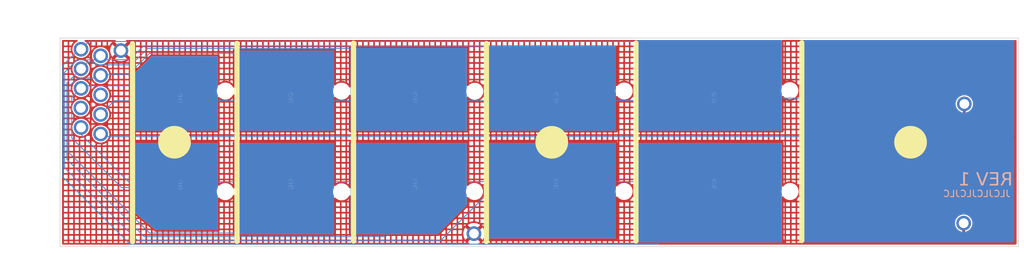
<source format=kicad_pcb>
(kicad_pcb (version 20221018) (generator pcbnew)
  (title_block (title "Beacon") (date "2023-09-02") (rev "1") (company "Beep Boop"))
  (layers (0 "F.Cu" signal) (1 "In1.Cu" signal) (2 "In2.Cu" signal) (3 "In3.Cu" signal) (4 "In4.Cu" signal) (31 "B.Cu" signal) (34 "B.Paste" user) (35 "F.Paste" user) (36 "B.SilkS" user "B.Silkscreen") (37 "F.SilkS" user "F.Silkscreen") (38 "B.Mask" user) (39 "F.Mask" user) (44 "Edge.Cuts" user))
  (net 0 "")
  (net 1 "Board_0-/Fret_Assembly/Touch_Board/RX0")
  (net 2 "Board_0-/Fret_Assembly/Touch_Board/RX3")
  (net 3 "Board_0-/Fret_Assembly/Touch_Board/RX4")
  (net 4 "Board_0-GND")
  (footprint "Footprint_Library:Plated_Hole_D1.5mm" (layer "F.Cu") (at 142.8223 31.7246)
    (fp_text reference "H416" hide)
    (fp_text value "Plated_Through_Hole")
    (pad "1" thru_hole circle locked (at 0 0) (size 2.25 2.25) (drill 1.5) (layers "*.Cu" "*.Mask") (net 1 "Board_0-/Fret_Assembly/Touch_Board/RX0"))
  )
  (footprint "Footprint_Library:Hole_UHD1110_2.1mm" (layer "F.Cu") (at 222.9895 43.544)
    (fp_text reference "REF**" hide)
    (fp_text value "Hole_UHD1110_2.1mm")
    (pad "" np_thru_hole circle (at 0 0) (size 2.1 2.1) (drill 2.1) (layers "F&B.Cu" "*.Mask"))
  )
  (footprint "Footprint_Library:Plated_Hole_D1.5mm" (layer "F.Cu") (at 142.8223 22.7246)
    (fp_text reference "H407" hide)
    (fp_text value "Plated_Through_Hole")
    (pad "1" thru_hole circle locked (at 0 0) (size 2.25 2.25) (drill 1.5) (layers "*.Cu" "*.Mask") (net 1 "Board_0-/Fret_Assembly/Touch_Board/RX0"))
  )
  (footprint "Footprint_Library:Hole_UHD1110_2.1mm" (layer "F.Cu") (at 248.4095 43.554)
    (fp_text reference "REF**" hide)
    (fp_text value "Hole_UHD1110_2.1mm")
    (pad "" np_thru_hole circle (at 0 0) (size 2.1 2.1) (drill 2.1) (layers "F&B.Cu" "*.Mask"))
  )
  (footprint "PCM_kikit:Board" (layer "F.Cu") (at 136.9495 20.014)
    (fp_text reference "Touch")
    (fp_text value "Board")
  )
  (footprint "Footprint_Library:Hole_UHD1110_2.1mm" (layer "F.Cu") (at 179.7095 43.604)
    (fp_text reference "REF**" hide)
    (fp_text value "Hole_UHD1110_2.1mm")
    (pad "" np_thru_hole circle (at 0 0) (size 2.1 2.1) (drill 2.1) (layers "F&B.Cu" "*.Mask"))
  )
  (footprint "Footprint_Library:Plated_Hole_D1.5mm" (layer "F.Cu") (at 145.9223 21.9246)
    (fp_text reference "H419" hide)
    (fp_text value "Plated_Through_Hole")
    (pad "1" thru_hole circle locked (at 0 0) (size 2.25 2.25) (drill 1.5) (layers "*.Cu" "*.Mask") (net 4 "Board_0-GND"))
  )
  (footprint "Footprint_Library:Plated_Hole_D1.5mm" (layer "F.Cu") (at 142.8223 28.7246)
    (fp_text reference "H424" hide)
    (fp_text value "Plated_Through_Hole")
    (pad "1" thru_hole circle locked (at 0 0) (size 2.25 2.25) (drill 1.5) (layers "*.Cu" "*.Mask") (net 3 "Board_0-/Fret_Assembly/Touch_Board/RX4"))
  )
  (footprint "Footprint_Library:Hole_UHD1110_2.1mm" (layer "F.Cu") (at 200.1095 28.174)
    (fp_text reference "REF**" hide)
    (fp_text value "Hole_UHD1110_2.1mm")
    (pad "" np_thru_hole circle (at 0 0) (size 2.1 2.1) (drill 2.1) (layers "F&B.Cu" "*.Mask"))
  )
  (footprint "Footprint_Library:Plated_Hole_D1.5mm" (layer "F.Cu") (at 142.8223 25.7246)
    (fp_text reference "H409" hide)
    (fp_text value "Plated_Through_Hole")
    (pad "1" thru_hole circle locked (at 0 0) (size 2.25 2.25) (drill 1.5) (layers "*.Cu" "*.Mask") (net 1 "Board_0-/Fret_Assembly/Touch_Board/RX0"))
  )
  (footprint "Footprint_Library:Hole_UHD1110_2.1mm" (layer "F.Cu") (at 179.7195 28.154)
    (fp_text reference "REF**" hide)
    (fp_text value "Hole_UHD1110_2.1mm")
    (pad "" np_thru_hole circle (at 0 0) (size 2.1 2.1) (drill 2.1) (layers "F&B.Cu" "*.Mask"))
  )
  (footprint "Footprint_Library:Hole_UHD1110_2.1mm" (layer "F.Cu") (at 222.9995 28.134)
    (fp_text reference "REF**" hide)
    (fp_text value "Hole_UHD1110_2.1mm")
    (pad "" np_thru_hole circle (at 0 0) (size 2.1 2.1) (drill 2.1) (layers "F&B.Cu" "*.Mask"))
  )
  (footprint "Footprint_Library:Hole_UHD1110_2.1mm" (layer "F.Cu") (at 248.3695 28.074)
    (fp_text reference "REF**" hide)
    (fp_text value "Hole_UHD1110_2.1mm")
    (pad "" np_thru_hole circle (at 0 0) (size 2.1 2.1) (drill 2.1) (layers "F&B.Cu" "*.Mask"))
  )
  (footprint "Footprint_Library:Plated_Hole_D1.5mm" (layer "F.Cu") (at 139.8223 27.7246)
    (fp_text reference "H410" hide)
    (fp_text value "Plated_Through_Hole")
    (pad "1" thru_hole circle locked (at 0 0) (size 2.25 2.25) (drill 1.5) (layers "*.Cu" "*.Mask") (net 1 "Board_0-/Fret_Assembly/Touch_Board/RX0"))
  )
  (footprint "Footprint_Library:Hole_UHD1110_2.1mm" (layer "F.Cu") (at 200.0695 43.554)
    (fp_text reference "REF**" hide)
    (fp_text value "Hole_UHD1110_2.1mm")
    (pad "" np_thru_hole circle (at 0 0) (size 2.1 2.1) (drill 2.1) (layers "F&B.Cu" "*.Mask"))
  )
  (footprint "Footprint_Library:Hole_UHD1110_2.1mm" (layer "F.Cu") (at 161.9195 28.144)
    (fp_text reference "REF**" hide)
    (fp_text value "Hole_UHD1110_2.1mm")
    (pad "" np_thru_hole circle (at 0 0) (size 2.1 2.1) (drill 2.1) (layers "F&B.Cu" "*.Mask"))
  )
  (footprint "Footprint_Library:Plated_Hole_D1.5mm" (layer "F.Cu") (at 274.9895 48.414)
    (fp_text reference "H421" hide)
    (fp_text value "Plated_Through_Hole")
    (pad "1" thru_hole circle locked (at 0 0) (size 2.25 2.25) (drill 1.5) (layers "*.Cu" "*.Mask") (net 4 "Board_0-GND"))
  )
  (footprint "Footprint_Library:Plated_Hole_D1.5mm" (layer "F.Cu") (at 139.8223 21.7246)
    (fp_text reference "H406" hide)
    (fp_text value "Plated_Through_Hole")
    (pad "1" thru_hole circle locked (at 0 0) (size 2.25 2.25) (drill 1.5) (layers "*.Cu" "*.Mask") (net 1 "Board_0-/Fret_Assembly/Touch_Board/RX0"))
  )
  (footprint "Footprint_Library:Plated_Hole_D1.5mm" (layer "F.Cu") (at 199.9895 50.014)
    (fp_text reference "H420" hide)
    (fp_text value "Plated_Through_Hole")
    (pad "1" thru_hole circle locked (at 0 0) (size 2.25 2.25) (drill 1.5) (layers "*.Cu" "*.Mask") (net 4 "Board_0-GND"))
  )
  (footprint "Footprint_Library:Plated_Hole_D1.5mm" (layer "F.Cu") (at 139.7897 30.7246)
    (fp_text reference "H418" hide)
    (fp_text value "Plated_Through_Hole")
    (pad "1" thru_hole circle locked (at 0 0) (size 2.25 2.25) (drill 1.5) (layers "*.Cu" "*.Mask") (net 2 "Board_0-/Fret_Assembly/Touch_Board/RX3"))
  )
  (footprint "Footprint_Library:Plated_Hole_D1.5mm" (layer "F.Cu") (at 275.0895 30.114)
    (fp_text reference "H422" hide)
    (fp_text value "Plated_Through_Hole")
    (pad "1" thru_hole circle locked (at 0 0) (size 2.25 2.25) (drill 1.5) (layers "*.Cu" "*.Mask") (net 4 "Board_0-GND"))
  )
  (footprint "Footprint_Library:Hole_UHD1110_2.1mm" (layer "F.Cu") (at 161.9095 43.574)
    (fp_text reference "REF**" hide)
    (fp_text value "Hole_UHD1110_2.1mm")
    (pad "" np_thru_hole circle (at 0 0) (size 2.1 2.1) (drill 2.1) (layers "F&B.Cu" "*.Mask"))
  )
  (footprint "Footprint_Library:Plated_Hole_D1.5mm" (layer "F.Cu") (at 139.8223 24.7246)
    (fp_text reference "H408" hide)
    (fp_text value "Plated_Through_Hole")
    (pad "1" thru_hole circle locked (at 0 0) (size 2.25 2.25) (drill 1.5) (layers "*.Cu" "*.Mask") (net 1 "Board_0-/Fret_Assembly/Touch_Board/RX0"))
  )
  (footprint "Footprint_Library:Plated_Hole_D1.5mm" (layer "F.Cu") (at 142.8223 34.7246)
    (fp_text reference "H412" hide)
    (fp_text value "Plated_Through_Hole")
    (pad "1" thru_hole circle locked (at 0 0) (size 2.25 2.25) (drill 1.5) (layers "*.Cu" "*.Mask") (net 1 "Board_0-/Fret_Assembly/Touch_Board/RX0"))
  )
  (footprint "Footprint_Library:Plated_Hole_D1.5mm" (layer "F.Cu") (at 139.8223 33.7246)
    (fp_text reference "H414" hide)
    (fp_text value "Plated_Through_Hole")
    (pad "1" thru_hole circle locked (at 0 0) (size 2.25 2.25) (drill 1.5) (layers "*.Cu" "*.Mask") (net 1 "Board_0-/Fret_Assembly/Touch_Board/RX0"))
  )
  (footprint "Footprint_Library:TOUCH_SENSE" (layer "B.Cu") (at 268.4945 34.684 -90)
    (fp_text reference "C1618" hide)
    (fp_text value "~" hide)
    (pad "1" smd rect (at -0.45 0 270) (size 0.5 0.5) (layers "B.Cu") (net 1 "Board_0-/Fret_Assembly/Touch_Board/RX0"))
    (pad "2" smd rect (at 0.45 0 270) (size 0.5 0.5) (layers "B.Cu") (net 1 "Board_0-/Fret_Assembly/Touch_Board/RX0"))
  )
  (footprint "Footprint_Library:TOUCH_SENSE" (layer "B.Cu") (at 155.0045 42.504 90)
    (fp_text reference "C1613" hide)
    (fp_text value "~" hide)
    (pad "1" smd rect (at -0.45 0 90) (size 0.5 0.5) (layers "B.Cu") (net 1 "Board_0-/Fret_Assembly/Touch_Board/RX0"))
    (pad "2" smd rect (at 0.45 0 90) (size 0.5 0.5) (layers "B.Cu") (net 1 "Board_0-/Fret_Assembly/Touch_Board/RX0"))
  )
  (footprint "Footprint_Library:TOUCH_SENSE" (layer "B.Cu") (at 171.9045 42.494 90)
    (fp_text reference "C1612" hide)
    (fp_text value "~" hide)
    (pad "1" smd rect (at -0.45 0 90) (size 0.5 0.5) (layers "B.Cu") (net 1 "Board_0-/Fret_Assembly/Touch_Board/RX0"))
    (pad "2" smd rect (at 0.45 0 90) (size 0.5 0.5) (layers "B.Cu") (net 1 "Board_0-/Fret_Assembly/Touch_Board/RX0"))
  )
  (footprint "Footprint_Library:TOUCH_SENSE" (layer "B.Cu") (at 190.9145 42.494 90)
    (fp_text reference "C1611" hide)
    (fp_text value "~" hide)
    (pad "1" smd rect (at -0.45 0 90) (size 0.5 0.5) (layers "B.Cu") (net 1 "Board_0-/Fret_Assembly/Touch_Board/RX0"))
    (pad "2" smd rect (at 0.45 0 90) (size 0.5 0.5) (layers "B.Cu") (net 1 "Board_0-/Fret_Assembly/Touch_Board/RX0"))
  )
  (footprint "Footprint_Library:TOUCH_SENSE" (layer "B.Cu") (at 212.5545 42.484 90)
    (fp_text reference "C1610" hide)
    (fp_text value "~" hide)
    (pad "1" smd rect (at -0.45 0 90) (size 0.5 0.5) (layers "B.Cu") (net 1 "Board_0-/Fret_Assembly/Touch_Board/RX0"))
    (pad "2" smd rect (at 0.45 0 90) (size 0.5 0.5) (layers "B.Cu") (net 1 "Board_0-/Fret_Assembly/Touch_Board/RX0"))
  )
  (footprint "Footprint_Library:TOUCH_SENSE" (layer "B.Cu") (at 190.9145 29.154 -90)
    (fp_text reference "C1605" hide)
    (fp_text value "~" hide)
    (pad "1" smd rect (at -0.45 0 270) (size 0.5 0.5) (layers "B.Cu") (net 1 "Board_0-/Fret_Assembly/Touch_Board/RX0"))
    (pad "2" smd rect (at 0.45 0 270) (size 0.5 0.5) (layers "B.Cu") (net 1 "Board_0-/Fret_Assembly/Touch_Board/RX0"))
  )
  (footprint "Footprint_Library:TOUCH_SENSE" (layer "B.Cu") (at 236.7545 42.474 90)
    (fp_text reference "C1609" hide)
    (fp_text value "~" hide)
    (pad "1" smd rect (at -0.45 0 90) (size 0.5 0.5) (layers "B.Cu") (net 1 "Board_0-/Fret_Assembly/Touch_Board/RX0"))
    (pad "2" smd rect (at 0.45 0 90) (size 0.5 0.5) (layers "B.Cu") (net 1 "Board_0-/Fret_Assembly/Touch_Board/RX0"))
  )
  (footprint "Footprint_Library:TOUCH_SENSE" (layer "B.Cu") (at 212.5645 29.144 -90)
    (fp_text reference "C1604" hide)
    (fp_text value "~" hide)
    (pad "1" smd rect (at -0.45 0 270) (size 0.5 0.5) (layers "B.Cu") (net 1 "Board_0-/Fret_Assembly/Touch_Board/RX0"))
    (pad "2" smd rect (at 0.45 0 270) (size 0.5 0.5) (layers "B.Cu") (net 1 "Board_0-/Fret_Assembly/Touch_Board/RX0"))
  )
  (footprint "Footprint_Library:TOUCH_SENSE" (layer "B.Cu") (at 155.0045 29.174 -90)
    (fp_text reference "C1607" hide)
    (fp_text value "~" hide)
    (pad "1" smd rect (at -0.45 0 270) (size 0.5 0.5) (layers "B.Cu") (net 1 "Board_0-/Fret_Assembly/Touch_Board/RX0"))
    (pad "2" smd rect (at 0.45 0 270) (size 0.5 0.5) (layers "B.Cu") (net 1 "Board_0-/Fret_Assembly/Touch_Board/RX0"))
  )
  (footprint "Footprint_Library:TOUCH_SENSE" (layer "B.Cu") (at 171.9045 29.154 -90)
    (fp_text reference "C1606" hide)
    (fp_text value "~" hide)
    (pad "1" smd rect (at -0.45 0 270) (size 0.5 0.5) (layers "B.Cu") (net 1 "Board_0-/Fret_Assembly/Touch_Board/RX0"))
    (pad "2" smd rect (at 0.45 0 270) (size 0.5 0.5) (layers "B.Cu") (net 1 "Board_0-/Fret_Assembly/Touch_Board/RX0"))
  )
  (footprint "Footprint_Library:TOUCH_SENSE" (layer "B.Cu") (at 236.7445 29.134 -90)
    (fp_text reference "C1603" hide)
    (fp_text value "~" hide)
    (pad "1" smd rect (at -0.45 0 270) (size 0.5 0.5) (layers "B.Cu") (net 1 "Board_0-/Fret_Assembly/Touch_Board/RX0"))
    (pad "2" smd rect (at 0.45 0 270) (size 0.5 0.5) (layers "B.Cu") (net 1 "Board_0-/Fret_Assembly/Touch_Board/RX0"))
  )
  (gr_line (start 181.5495 20.7875) (end 181.5495 51.1405) (stroke (width 0.8)) (layer "F.SilkS"))
  (gr_circle (center 154.1297 35.9893) (end 156.6297 35.9893) (stroke (width 0.01)) (fill solid) (layer "F.SilkS"))
  (gr_line (start 147.7035 20.8763) (end 147.7035 51.2293) (stroke (width 0.8)) (layer "F.SilkS"))
  (gr_line (start 250.1925 20.7239) (end 250.1925 51.0769) (stroke (width 0.8)) (layer "F.SilkS"))
  (gr_circle (center 266.8549 35.9893) (end 269.3549 35.9893) (stroke (width 0.01)) (fill solid) (layer "F.SilkS"))
  (gr_circle (center 211.902 36.002) (end 214.402 36.002) (stroke (width 0.01)) (fill solid) (layer "F.SilkS"))
  (gr_line (start 224.7995 20.7875) (end 224.7995 51.1405) (stroke (width 0.8)) (layer "F.SilkS"))
  (gr_line (start 201.8995 20.8636) (end 201.8995 51.2166) (stroke (width 0.8)) (layer "F.SilkS"))
  (gr_line (start 163.6995 20.8375) (end 163.6995 51.1905) (stroke (width 0.8)) (layer "F.SilkS"))
  (gr_line (start 283.3855 52) (end 136.6145 52) (stroke (width 0.1)) (layer "Edge.Cuts"))
  (gr_line (start 136.6145 20) (end 283.3855 20) (stroke (width 0.1)) (layer "Edge.Cuts"))
  (gr_line (start 136.6145 20) (end 136.6145 20) (stroke (width 0.1)) (layer "Edge.Cuts"))
  (gr_line (start 136.6145 52) (end 136.6145 20) (stroke (width 0.1)) (layer "Edge.Cuts"))
  (gr_line (start 283.3855 20) (end 283.3855 52) (stroke (width 0.1)) (layer "Edge.Cuts"))
  (gr_text "REV 1" (at 282.4995 42.964) (layer "B.SilkS") (effects (font (size 2 2) (thickness 0.375)) (justify left bottom mirror)))
  (gr_text "JLCJLCJLCJLC" (at 282.2495 44.464) (layer "B.SilkS") (effects (font (size 1 1)) (justify left bottom mirror)))
  (segment (start 171.9045 29.604) (end 190.9145 29.604) (width 0.13) (layer "B.Cu") (net 1))
  (segment (start 212.5545 42.034) (end 236.7445 42.034) (width 0.13) (layer "B.Cu") (net 1))
  (segment (start 137.3145 25.234) (end 137.3145 39.924) (width 0.13) (layer "B.Cu") (net 1))
  (segment (start 137.9745 27.424) (end 137.9745 37.594) (width 0.13) (layer "B.Cu") (net 1))
  (segment (start 203.0245 42.934) (end 212.5545 42.934) (width 0.13) (layer "B.Cu") (net 1))
  (segment (start 165.2073 49.9212) (end 171.9045 43.224) (width 0.13) (layer "B.Cu") (net 1))
  (segment (start 194.8845 51.074) (end 203.0245 42.934) (width 0.13) (layer "B.Cu") (net 1))
  (segment (start 142.8223 34.7246) (end 142.8223 34.8618) (width 0.13) (layer "B.Cu") (net 1))
  (segment (start 142.8223 22.7246) (end 143.4123 23.3146) (width 0.13) (layer "B.Cu") (net 1))
  (segment (start 236.7445 28.684) (end 237.2801 29.2196) (width 0.13) (layer "B.Cu") (net 1))
  (segment (start 147.5139 24.1146) (end 150.0145 21.614) (width 0.13) (layer "B.Cu") (net 1))
  (segment (start 139.5139 21.7246) (end 136.9795 24.259) (width 0.13) (layer "B.Cu") (net 1))
  (segment (start 149.4905 50.48) (end 186.4885 50.48) (width 0.13) (layer "B.Cu") (net 1))
  (segment (start 236.7345 29.594) (end 236.7445 29.584) (width 0.13) (layer "B.Cu") (net 1))
  (segment (start 183.8245 21.614) (end 190.9145 28.704) (width 0.13) (layer "B.Cu") (net 1))
  (segment (start 212.5645 29.594) (end 236.7345 29.594) (width 0.13) (layer "B.Cu") (net 1))
  (segment (start 186.4885 50.48) (end 190.9145 46.054) (width 0.13) (layer "B.Cu") (net 1))
  (segment (start 137.9745 37.594) (end 150.3017 49.9212) (width 0.13) (layer "B.Cu") (net 1))
  (segment (start 205.0845 21.214) (end 212.5645 28.694) (width 0.13) (layer "B.Cu") (net 1))
  (segment (start 144.9229 29.624) (end 155.0045 29.624) (width 0.13) (layer "B.Cu") (net 1))
  (segment (start 139.8223 24.7246) (end 140.8823 23.6646) (width 0.13) (layer "B.Cu") (net 1))
  (segment (start 147.0845 42.054) (end 155.0045 42.054) (width 0.13) (layer "B.Cu") (net 1))
  (segment (start 139.8223 27.7246) (end 140.2123 27.3346) (width 0.13) (layer "B.Cu") (net 1))
  (segment (start 212.5545 29.604) (end 212.5645 29.594) (width 0.13) (layer "B.Cu") (net 1))
  (segment (start 141.796543 23.6646) (end 142.246543 24.1146) (width 0.13) (layer "B.Cu") (net 1))
  (segment (start 139.8223 27.7246) (end 138.3997 29.1472) (width 0.13) (layer "B.Cu") (net 1))
  (segment (start 142.8223 34.8618) (end 143.0945 35.134) (width 0.13) (layer "B.Cu") (net 1))
  (segment (start 137.6445 38.634) (end 149.4905 50.48) (width 0.13) (layer "B.Cu") (net 1))
  (segment (start 212.5445 42.044) (end 212.5545 42.034) (width 0.13) (layer "B.Cu") (net 1))
  (segment (start 140.8823 23.6646) (end 141.796543 23.6646) (width 0.13) (layer "B.Cu") (net 1))
  (segment (start 139.8223 24.7246) (end 137.6445 26.9024) (width 0.13) (layer "B.Cu") (net 1))
  (segment (start 141.0123 20.5346) (end 228.5951 20.5346) (width 0.13) (layer "B.Cu") (net 1))
  (segment (start 142.2123 23.3346) (end 139.2139 23.3346) (width 0.13) (layer "B.Cu") (net 1))
  (segment (start 139.8223 34.7918) (end 147.0845 42.054) (width 0.13) (layer "B.Cu") (net 1))
  (segment (start 268.4945 35.134) (end 268.4945 34.234) (width 1.5) (layer "B.Cu") (net 1))
  (segment (start 142.4323 26.1146) (end 139.2839 26.1146) (width 0.13) (layer "B.Cu") (net 1))
  (segment (start 139.8223 21.7246) (end 139.5139 21.7246) (width 0.13) (layer "B.Cu") (net 1))
  (segment (start 171.8945 42.054) (end 171.9045 42.044) (width 0.13) (layer "B.Cu") (net 1))
  (segment (start 171.9045 43.224) (end 171.9045 42.944) (width 0.13) (layer "B.Cu") (net 1))
  (segment (start 150.3197 22.3622) (end 165.5627 22.3622) (width 0.13) (layer "B.Cu") (net 1))
  (segment (start 142.9329 25.614) (end 147.0679 25.614) (width 0.13) (layer "B.Cu") (net 1))
  (segment (start 142.246543 24.1146) (end 147.5139 24.1146) (width 0.13) (layer "B.Cu") (net 1))
  (segment (start 139.2139 23.3346) (end 137.3145 25.234) (width 0.13) (layer "B.Cu") (net 1))
  (segment (start 146.0145 42.954) (end 155.0045 42.954) (width 0.13) (layer "B.Cu") (net 1))
  (segment (start 139.8223 33.7246) (end 139.8223 34.7918) (width 0.13) (layer "B.Cu") (net 1))
  (segment (start 228.0435 51.635) (end 236.7545 42.924) (width 0.13) (layer "B.Cu") (net 1))
  (segment (start 142.8223 22.7246) (end 142.2123 23.3346) (width 0.13) (layer "B.Cu") (net 1))
  (segment (start 136.9795 41.279) (end 147.3355 51.635) (width 0.13) (layer "B.Cu") (net 1))
  (segment (start 142.8223 31.7246) (end 144.9229 29.624) (width 0.13) (layer "B.Cu") (net 1))
  (segment (start 147.0679 25.614) (end 150.3197 22.3622) (width 0.13) (layer "B.Cu") (net 1))
  (segment (start 263.4801 29.2196) (end 268.4945 34.234) (width 0.13) (layer "B.Cu") (net 1))
  (segment (start 139.2839 26.1146) (end 137.9745 27.424) (width 0.13) (layer "B.Cu") (net 1))
  (segment (start 171.9045 42.044) (end 190.9145 42.044) (width 0.13) (layer "B.Cu") (net 1))
  (segment (start 237.2801 29.2196) (end 263.4801 29.2196) (width 0.13) (layer "B.Cu") (net 1))
  (segment (start 190.9145 29.604) (end 212.5545 29.604) (width 0.13) (layer "B.Cu") (net 1))
  (segment (start 155.0045 42.054) (end 171.8945 42.054) (width 0.13) (layer "B.Cu") (net 1))
  (segment (start 138.3997 29.1472) (end 138.3997 35.3392) (width 0.13) (layer "B.Cu") (net 1))
  (segment (start 142.8223 25.7246) (end 142.4323 26.1146) (width 0.13) (layer "B.Cu") (net 1))
  (segment (start 136.9795 24.259) (end 136.9795 41.279) (width 0.13) (layer "B.Cu") (net 1))
  (segment (start 137.3145 39.924) (end 148.4645 51.074) (width 0.13) (layer "B.Cu") (net 1))
  (segment (start 148.4645 51.074) (end 194.8845 51.074) (width 0.13) (layer "B.Cu") (net 1))
  (segment (start 143.0945 35.134) (end 268.4945 35.134) (width 0.13) (layer "B.Cu") (net 1))
  (segment (start 137.6445 26.9024) (end 137.6445 38.634) (width 0.13) (layer "B.Cu") (net 1))
  (segment (start 139.8223 21.7246) (end 141.0123 20.5346) (width 0.13) (layer "B.Cu") (net 1))
  (segment (start 143.4123 23.3146) (end 147.2839 23.3146) (width 0.13) (layer "B.Cu") (net 1))
  (segment (start 236.7445 42.034) (end 236.7545 42.024) (width 0.13) (layer "B.Cu") (net 1))
  (segment (start 147.2839 23.3146) (end 149.3845 21.214) (width 0.13) (layer "B.Cu") (net 1))
  (segment (start 150.3017 49.9212) (end 165.2073 49.9212) (width 0.13) (layer "B.Cu") (net 1))
  (segment (start 142.8223 25.7246) (end 142.9329 25.614) (width 0.13) (layer "B.Cu") (net 1))
  (segment (start 140.2123 27.3346) (end 153.6151 27.3346) (width 0.13) (layer "B.Cu") (net 1))
  (segment (start 171.8845 29.624) (end 171.9045 29.604) (width 0.13) (layer "B.Cu") (net 1))
  (segment (start 190.9145 42.044) (end 212.5445 42.044) (width 0.13) (layer "B.Cu") (net 1))
  (segment (start 150.0145 21.614) (end 183.8245 21.614) (width 0.13) (layer "B.Cu") (net 1))
  (segment (start 190.9145 46.054) (end 190.9145 42.944) (width 0.13) (layer "B.Cu") (net 1))
  (segment (start 138.3997 35.3392) (end 146.0145 42.954) (width 0.13) (layer "B.Cu") (net 1))
  (segment (start 228.5951 20.5346) (end 236.7445 28.684) (width 0.13) (layer "B.Cu") (net 1))
  (segment (start 147.3355 51.635) (end 228.0435 51.635) (width 0.13) (layer "B.Cu") (net 1))
  (segment (start 149.3845 21.214) (end 205.0845 21.214) (width 0.13) (layer "B.Cu") (net 1))
  (segment (start 165.5627 22.3622) (end 171.9045 28.704) (width 0.13) (layer "B.Cu") (net 1))
  (segment (start 153.6151 27.3346) (end 155.0045 28.724) (width 0.13) (layer "B.Cu") (net 1))
  (segment (start 155.0045 29.624) (end 171.8845 29.624) (width 0.13) (layer "B.Cu") (net 1))
  (segment (start 274.9895 51.489) (end 275.0145 51.514) (width 0.25) (layer "F.Cu") (net 4))
  (segment (start 275.0895 30.114) (end 275.0895 35.189) (width 0.4) (layer "F.Cu") (net 4))
  (segment (start 274.9895 48.414) (end 274.9895 51.489) (width 0.4) (layer "F.Cu") (net 4))
  (segment (start 275.0895 35.189) (end 275.1145 35.214) (width 0.25) (layer "F.Cu") (net 4))
  (zone (net 0) (net_name "") (layer "F.Cu") (connect_pads no (clearance 0)) (min_thickness 0.1)
    (keepout (tracks allowed) (vias allowed) (pads allowed) (copperpour not_allowed) (footprints allowed))
    (fill (thermal_gap 0.5) (thermal_bridge_width 0.5))
    (polygon (pts (xy 160.7845 34.224) (xy 160.7845 22.794) (xy 150.6245 22.794) (xy 147.4495 25.969) (xy 147.4495 34.224)))
  )
  (zone (net 0) (net_name "") (layer "F.Cu") (connect_pads no (clearance 0)) (min_thickness 0.1)
    (keepout (tracks allowed) (vias allowed) (pads allowed) (copperpour not_allowed) (footprints allowed))
    (fill (thermal_gap 0.5) (thermal_bridge_width 0.5))
    (polygon (pts (xy 224.9195 36.129) (xy 247.1445 36.129) (xy 247.1445 51.369) (xy 224.9195 51.369)))
  )
  (zone (net 0) (net_name "") (layer "F.Cu") (connect_pads no (clearance 0)) (min_thickness 0.1)
    (keepout (tracks allowed) (vias allowed) (pads allowed) (copperpour not_allowed) (footprints allowed))
    (fill (thermal_gap 0.5) (thermal_bridge_width 0.5))
    (polygon (pts (xy 163.3245 21.924) (xy 178.5645 21.924) (xy 178.5645 34.224) (xy 163.3245 34.224)))
  )
  (zone (net 0) (net_name "") (layer "F.Cu") (connect_pads no (clearance 0)) (min_thickness 0.1)
    (keepout (tracks allowed) (vias allowed) (pads allowed) (copperpour not_allowed) (footprints allowed))
    (fill (thermal_gap 0.5) (thermal_bridge_width 0.5))
    (polygon (pts (xy 224.9195 20.254) (xy 247.1445 20.254) (xy 247.1445 34.224) (xy 224.9195 34.224)))
  )
  (zone (net 4) (net_name "Board_0-GND") (layer "F.Cu") (priority 1) (connect_pads (clearance 0.2)) (min_thickness 0.25) (fill yes (mode hatch) (thermal_gap 0.5) (thermal_bridge_width 0.5) (hatch_thickness 0.25) (hatch_gap 0.6) (hatch_orientation 0) (hatch_border_algorithm hatch_thickness) (hatch_min_hole_area 0.3))
    (polygon (pts (xy 136.6245 19.674) (xy 284.2345 19.314) (xy 284.2245 52.484) (xy 136.6745 52.584)))
  )
  (zone (net 0) (net_name "") (layer "F.Cu") (connect_pads no (clearance 0)) (min_thickness 0.1)
    (keepout (tracks allowed) (vias allowed) (pads allowed) (copperpour not_allowed) (footprints allowed))
    (fill (thermal_gap 0.5) (thermal_bridge_width 0.5))
    (polygon (pts (xy 250.3195 34.859) (xy 282.7045 34.859) (xy 282.7045 20.254) (xy 250.3195 20.254)))
  )
  (zone (net 0) (net_name "") (layer "F.Cu") (connect_pads no (clearance 0)) (min_thickness 0.1)
    (keepout (tracks allowed) (vias allowed) (pads allowed) (copperpour not_allowed) (footprints allowed))
    (fill (thermal_gap 0.5) (thermal_bridge_width 0.5))
    (polygon (pts (xy 202.0595 36.129) (xy 221.7445 36.129) (xy 221.7445 50.734) (xy 202.0595 50.734)))
  )
  (zone (net 0) (net_name "") (layer "F.Cu") (connect_pads no (clearance 0)) (min_thickness 0.1)
    (keepout (tracks allowed) (vias allowed) (pads allowed) (copperpour not_allowed) (footprints allowed))
    (fill (thermal_gap 0.5) (thermal_bridge_width 0.5))
    (polygon (pts (xy 202.0595 21.524) (xy 221.7445 21.524) (xy 221.7445 34.224) (xy 202.0595 34.224)))
  )
  (zone (net 0) (net_name "") (layer "F.Cu") (connect_pads no (clearance 0)) (min_thickness 0.1)
    (keepout (tracks allowed) (vias allowed) (pads allowed) (copperpour not_allowed) (footprints allowed))
    (fill (thermal_gap 0.5) (thermal_bridge_width 0.5))
    (polygon (pts (xy 178.5645 36.129) (xy 178.5645 50.099) (xy 163.3245 50.099) (xy 163.3245 36.129)))
  )
  (zone (net 0) (net_name "") (layer "F.Cu") (connect_pads no (clearance 0)) (min_thickness 0.1)
    (keepout (tracks allowed) (vias allowed) (pads allowed) (copperpour not_allowed) (footprints allowed))
    (fill (thermal_gap 0.5) (thermal_bridge_width 0.5))
    (polygon (pts (xy 181.1045 34.224) (xy 181.1045 21.524) (xy 198.8845 21.524) (xy 198.8845 34.224)))
  )
  (zone (net 0) (net_name "") (layer "F.Cu") (connect_pads no (clearance 0)) (min_thickness 0.1)
    (keepout (tracks allowed) (vias allowed) (pads allowed) (copperpour not_allowed) (footprints allowed))
    (fill (thermal_gap 0.5) (thermal_bridge_width 0.5))
    (polygon (pts (xy 250.3195 35.394) (xy 282.7045 35.394) (xy 282.7045 51.269) (xy 250.3195 51.269)))
  )
  (zone (net 0) (net_name "") (layer "F.Cu") (connect_pads no (clearance 0)) (min_thickness 0.1)
    (keepout (tracks allowed) (vias allowed) (pads allowed) (copperpour not_allowed) (footprints allowed))
    (fill (thermal_gap 0.5) (thermal_bridge_width 0.5))
    (polygon (pts (xy 147.4495 36.129) (xy 160.7845 36.129) (xy 160.7845 49.464) (xy 151.2595 49.464) (xy 147.4495 46.289)))
  )
  (zone (net 0) (net_name "") (layer "F.Cu") (connect_pads no (clearance 0)) (min_thickness 0.1)
    (keepout (tracks allowed) (vias allowed) (pads allowed) (copperpour not_allowed) (footprints allowed))
    (fill (thermal_gap 0.5) (thermal_bridge_width 0.5))
    (polygon (pts (xy 181.1045 50.099) (xy 181.1045 36.129) (xy 198.8845 36.129) (xy 198.8845 45.654) (xy 194.4395 50.099)))
  )
  (zone (net 1) (net_name "Board_0-/Fret_Assembly/Touch_Board/RX0") (layer "B.Cu") (priority 24) (connect_pads no (clearance 0.2)) (min_thickness 0.1) (fill yes (thermal_gap 0.5) (thermal_bridge_width 0.5))
    (polygon (pts (xy 250.3195 20.254) (xy 282.7045 20.254) (xy 282.7045 51.369) (xy 250.3195 51.369)))
  )
  (zone (net 1) (net_name "Board_0-/Fret_Assembly/Touch_Board/RX0") (layer "B.Cu") (priority 17) (connect_pads no (clearance 0)) (min_thickness 0.1) (fill yes (thermal_gap 0.5) (thermal_bridge_width 0.5))
    (polygon (pts (xy 178.5645 21.904) (xy 163.3245 21.904) (xy 163.3345 34.224) (xy 178.5645 34.224)))
  )
  (zone (net 1) (net_name "Board_0-/Fret_Assembly/Touch_Board/RX0") (layer "B.Cu") (priority 21) (connect_pads no (clearance 0)) (min_thickness 0.1) (fill yes (thermal_gap 0.5) (thermal_bridge_width 0.5))
    (polygon (pts (xy 221.7445 36.129) (xy 202.0595 36.129) (xy 202.0595 50.734) (xy 221.7445 50.734)))
  )
  (zone (net 1) (net_name "Board_0-/Fret_Assembly/Touch_Board/RX0") (layer "B.Cu") (priority 18) (connect_pads no (clearance 0)) (min_thickness 0.1) (fill yes (thermal_gap 0.5) (thermal_bridge_width 0.5))
    (polygon (pts (xy 181.1045 21.524) (xy 198.8845 21.524) (xy 198.8845 34.224) (xy 181.1045 34.224)))
  )
  (zone (net 1) (net_name "Board_0-/Fret_Assembly/Touch_Board/RX0") (layer "B.Cu") (priority 23) (connect_pads no (clearance 0)) (min_thickness 0.1) (fill yes (thermal_gap 0.5) (thermal_bridge_width 0.5) (island_removal_mode 1) (island_area_min 10))
    (polygon (pts (xy 224.9195 51.369) (xy 224.9195 36.129) (xy 247.1445 36.129) (xy 247.1445 51.369)))
  )
  (zone (net 1) (net_name "Board_0-/Fret_Assembly/Touch_Board/RX0") (layer "B.Cu") (priority 16) (connect_pads no (clearance 0)) (min_thickness 0.1) (fill yes (thermal_gap 0.5) (thermal_bridge_width 0.5))
    (polygon (pts (xy 178.5645 36.129) (xy 163.3245 36.129) (xy 163.3245 50.099) (xy 178.5645 50.099)))
  )
  (zone (net 1) (net_name "Board_0-/Fret_Assembly/Touch_Board/RX0") (layer "B.Cu") (priority 19) (connect_pads no (clearance 0)) (min_thickness 0.1) (fill yes (thermal_gap 0.5) (thermal_bridge_width 0.5))
    (polygon (pts (xy 181.1045 50.099) (xy 181.1045 36.129) (xy 198.8845 36.129) (xy 198.8845 45.654) (xy 194.4395 50.099)))
  )
  (zone (net 1) (net_name "Board_0-/Fret_Assembly/Touch_Board/RX0") (layer "B.Cu") (priority 2) (connect_pads no (clearance 0)) (min_thickness 0.1) (fill yes (thermal_gap 0.5) (thermal_bridge_width 0.5))
    (polygon (pts (xy 160.7845 22.794) (xy 150.6245 22.794) (xy 147.4495 25.969) (xy 147.4495 34.224) (xy 160.7845 34.224)))
  )
  (zone (net 1) (net_name "Board_0-/Fret_Assembly/Touch_Board/RX0") (layer "B.Cu") (priority 22) (connect_pads no (clearance 0)) (min_thickness 0.1) (fill yes (thermal_gap 0.5) (thermal_bridge_width 0.5))
    (polygon (pts (xy 224.9195 34.224) (xy 224.9195 20.254) (xy 247.1445 20.254) (xy 247.1445 34.224)))
  )
  (zone (net 1) (net_name "Board_0-/Fret_Assembly/Touch_Board/RX0") (layer "B.Cu") (priority 20) (connect_pads no (clearance 0)) (min_thickness 0.1) (fill yes (thermal_gap 0.5) (thermal_bridge_width 0.5))
    (polygon (pts (xy 202.0595 21.124) (xy 221.7445 21.124) (xy 221.7445 34.224) (xy 202.0595 34.224)))
  )
  (zone (net 1) (net_name "Board_0-/Fret_Assembly/Touch_Board/RX0") (layer "B.Cu") (priority 15) (connect_pads no (clearance 0)) (min_thickness 0.1) (fill yes (thermal_gap 0.5) (thermal_bridge_width 0.5))
    (polygon (pts (xy 160.7845 36.129) (xy 147.4495 36.129) (xy 147.4495 46.289) (xy 151.2595 49.464) (xy 160.7845 49.464)))
  )
)
</source>
